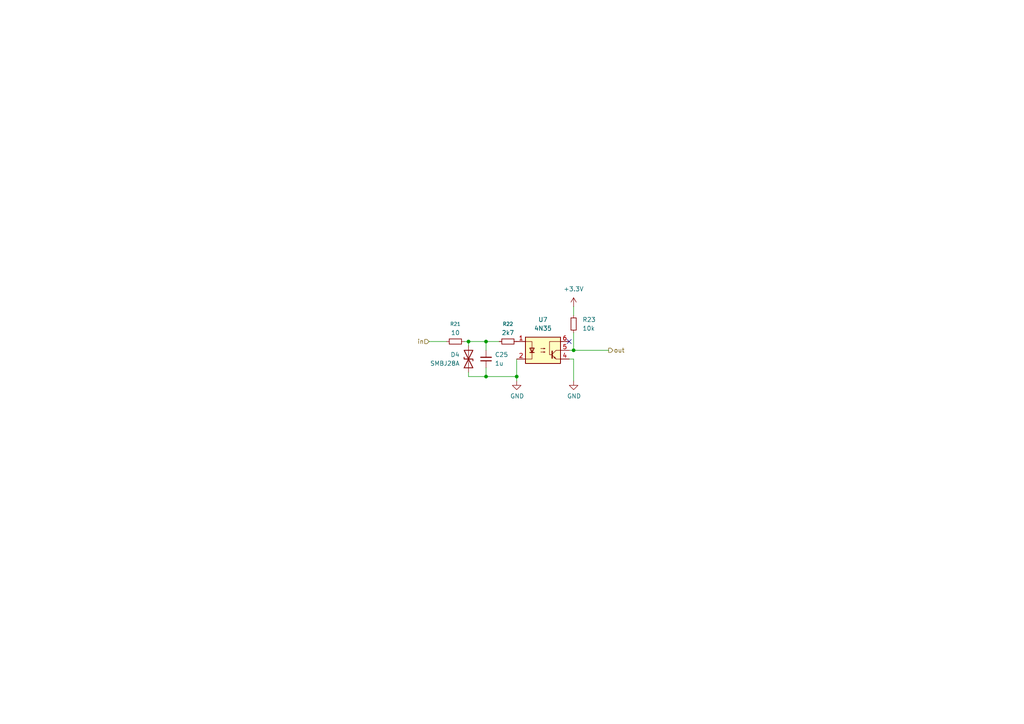
<source format=kicad_sch>
(kicad_sch
	(version 20250114)
	(generator "eeschema")
	(generator_version "9.0")
	(uuid "76a3162a-18a4-4d86-8fa1-f02a5fc05d36")
	(paper "A4")
	(lib_symbols
		(symbol "Device:C_Small"
			(pin_numbers
				(hide yes)
			)
			(pin_names
				(offset 0.254)
				(hide yes)
			)
			(exclude_from_sim no)
			(in_bom yes)
			(on_board yes)
			(property "Reference" "C"
				(at 0.254 1.778 0)
				(effects
					(font
						(size 1.27 1.27)
					)
					(justify left)
				)
			)
			(property "Value" "C_Small"
				(at 0.254 -2.032 0)
				(effects
					(font
						(size 1.27 1.27)
					)
					(justify left)
				)
			)
			(property "Footprint" ""
				(at 0 0 0)
				(effects
					(font
						(size 1.27 1.27)
					)
					(hide yes)
				)
			)
			(property "Datasheet" "~"
				(at 0 0 0)
				(effects
					(font
						(size 1.27 1.27)
					)
					(hide yes)
				)
			)
			(property "Description" "Unpolarized capacitor, small symbol"
				(at 0 0 0)
				(effects
					(font
						(size 1.27 1.27)
					)
					(hide yes)
				)
			)
			(property "ki_keywords" "capacitor cap"
				(at 0 0 0)
				(effects
					(font
						(size 1.27 1.27)
					)
					(hide yes)
				)
			)
			(property "ki_fp_filters" "C_*"
				(at 0 0 0)
				(effects
					(font
						(size 1.27 1.27)
					)
					(hide yes)
				)
			)
			(symbol "C_Small_0_1"
				(polyline
					(pts
						(xy -1.524 0.508) (xy 1.524 0.508)
					)
					(stroke
						(width 0.3048)
						(type default)
					)
					(fill
						(type none)
					)
				)
				(polyline
					(pts
						(xy -1.524 -0.508) (xy 1.524 -0.508)
					)
					(stroke
						(width 0.3302)
						(type default)
					)
					(fill
						(type none)
					)
				)
			)
			(symbol "C_Small_1_1"
				(pin passive line
					(at 0 2.54 270)
					(length 2.032)
					(name "~"
						(effects
							(font
								(size 1.27 1.27)
							)
						)
					)
					(number "1"
						(effects
							(font
								(size 1.27 1.27)
							)
						)
					)
				)
				(pin passive line
					(at 0 -2.54 90)
					(length 2.032)
					(name "~"
						(effects
							(font
								(size 1.27 1.27)
							)
						)
					)
					(number "2"
						(effects
							(font
								(size 1.27 1.27)
							)
						)
					)
				)
			)
			(embedded_fonts no)
		)
		(symbol "Device:D_TVS"
			(pin_numbers
				(hide yes)
			)
			(pin_names
				(offset 1.016)
				(hide yes)
			)
			(exclude_from_sim no)
			(in_bom yes)
			(on_board yes)
			(property "Reference" "D"
				(at 0 2.54 0)
				(effects
					(font
						(size 1.27 1.27)
					)
				)
			)
			(property "Value" "D_TVS"
				(at 0 -2.54 0)
				(effects
					(font
						(size 1.27 1.27)
					)
				)
			)
			(property "Footprint" ""
				(at 0 0 0)
				(effects
					(font
						(size 1.27 1.27)
					)
					(hide yes)
				)
			)
			(property "Datasheet" "~"
				(at 0 0 0)
				(effects
					(font
						(size 1.27 1.27)
					)
					(hide yes)
				)
			)
			(property "Description" "Bidirectional transient-voltage-suppression diode"
				(at 0 0 0)
				(effects
					(font
						(size 1.27 1.27)
					)
					(hide yes)
				)
			)
			(property "ki_keywords" "diode TVS thyrector"
				(at 0 0 0)
				(effects
					(font
						(size 1.27 1.27)
					)
					(hide yes)
				)
			)
			(property "ki_fp_filters" "TO-???* *_Diode_* *SingleDiode* D_*"
				(at 0 0 0)
				(effects
					(font
						(size 1.27 1.27)
					)
					(hide yes)
				)
			)
			(symbol "D_TVS_0_1"
				(polyline
					(pts
						(xy -2.54 1.27) (xy -2.54 -1.27) (xy 2.54 1.27) (xy 2.54 -1.27) (xy -2.54 1.27)
					)
					(stroke
						(width 0.254)
						(type default)
					)
					(fill
						(type none)
					)
				)
				(polyline
					(pts
						(xy 0.508 1.27) (xy 0 1.27) (xy 0 -1.27) (xy -0.508 -1.27)
					)
					(stroke
						(width 0.254)
						(type default)
					)
					(fill
						(type none)
					)
				)
				(polyline
					(pts
						(xy 1.27 0) (xy -1.27 0)
					)
					(stroke
						(width 0)
						(type default)
					)
					(fill
						(type none)
					)
				)
			)
			(symbol "D_TVS_1_1"
				(pin passive line
					(at -3.81 0 0)
					(length 2.54)
					(name "A1"
						(effects
							(font
								(size 1.27 1.27)
							)
						)
					)
					(number "1"
						(effects
							(font
								(size 1.27 1.27)
							)
						)
					)
				)
				(pin passive line
					(at 3.81 0 180)
					(length 2.54)
					(name "A2"
						(effects
							(font
								(size 1.27 1.27)
							)
						)
					)
					(number "2"
						(effects
							(font
								(size 1.27 1.27)
							)
						)
					)
				)
			)
			(embedded_fonts no)
		)
		(symbol "Device:R_Small"
			(pin_numbers
				(hide yes)
			)
			(pin_names
				(offset 0.254)
				(hide yes)
			)
			(exclude_from_sim no)
			(in_bom yes)
			(on_board yes)
			(property "Reference" "R"
				(at 0.762 0.508 0)
				(effects
					(font
						(size 1.27 1.27)
					)
					(justify left)
				)
			)
			(property "Value" "R_Small"
				(at 0.762 -1.016 0)
				(effects
					(font
						(size 1.27 1.27)
					)
					(justify left)
				)
			)
			(property "Footprint" ""
				(at 0 0 0)
				(effects
					(font
						(size 1.27 1.27)
					)
					(hide yes)
				)
			)
			(property "Datasheet" "~"
				(at 0 0 0)
				(effects
					(font
						(size 1.27 1.27)
					)
					(hide yes)
				)
			)
			(property "Description" "Resistor, small symbol"
				(at 0 0 0)
				(effects
					(font
						(size 1.27 1.27)
					)
					(hide yes)
				)
			)
			(property "ki_keywords" "R resistor"
				(at 0 0 0)
				(effects
					(font
						(size 1.27 1.27)
					)
					(hide yes)
				)
			)
			(property "ki_fp_filters" "R_*"
				(at 0 0 0)
				(effects
					(font
						(size 1.27 1.27)
					)
					(hide yes)
				)
			)
			(symbol "R_Small_0_1"
				(rectangle
					(start -0.762 1.778)
					(end 0.762 -1.778)
					(stroke
						(width 0.2032)
						(type default)
					)
					(fill
						(type none)
					)
				)
			)
			(symbol "R_Small_1_1"
				(pin passive line
					(at 0 2.54 270)
					(length 0.762)
					(name "~"
						(effects
							(font
								(size 1.27 1.27)
							)
						)
					)
					(number "1"
						(effects
							(font
								(size 1.27 1.27)
							)
						)
					)
				)
				(pin passive line
					(at 0 -2.54 90)
					(length 0.762)
					(name "~"
						(effects
							(font
								(size 1.27 1.27)
							)
						)
					)
					(number "2"
						(effects
							(font
								(size 1.27 1.27)
							)
						)
					)
				)
			)
			(embedded_fonts no)
		)
		(symbol "Isolator:4N35"
			(pin_names
				(offset 1.016)
			)
			(exclude_from_sim no)
			(in_bom yes)
			(on_board yes)
			(property "Reference" "U"
				(at -5.08 5.08 0)
				(effects
					(font
						(size 1.27 1.27)
					)
					(justify left)
				)
			)
			(property "Value" "4N35"
				(at 0 5.08 0)
				(effects
					(font
						(size 1.27 1.27)
					)
					(justify left)
				)
			)
			(property "Footprint" "Package_DIP:DIP-6_W7.62mm"
				(at -5.08 -5.08 0)
				(effects
					(font
						(size 1.27 1.27)
						(italic yes)
					)
					(justify left)
					(hide yes)
				)
			)
			(property "Datasheet" "https://www.vishay.com/docs/81181/4n35.pdf"
				(at 0 0 0)
				(effects
					(font
						(size 1.27 1.27)
					)
					(justify left)
					(hide yes)
				)
			)
			(property "Description" "Optocoupler, Phototransistor Output, with Base Connection, Vce 70V, CTR 100%, Viso 5000V, DIP6"
				(at 0 0 0)
				(effects
					(font
						(size 1.27 1.27)
					)
					(hide yes)
				)
			)
			(property "ki_keywords" "NPN DC Optocoupler Base Connected"
				(at 0 0 0)
				(effects
					(font
						(size 1.27 1.27)
					)
					(hide yes)
				)
			)
			(property "ki_fp_filters" "DIP*W7.62mm*"
				(at 0 0 0)
				(effects
					(font
						(size 1.27 1.27)
					)
					(hide yes)
				)
			)
			(symbol "4N35_0_1"
				(rectangle
					(start -5.08 3.81)
					(end 5.08 -3.81)
					(stroke
						(width 0.254)
						(type default)
					)
					(fill
						(type background)
					)
				)
				(polyline
					(pts
						(xy -5.08 -2.54) (xy -3.175 -2.54) (xy -3.175 2.54) (xy -5.08 2.54)
					)
					(stroke
						(width 0)
						(type default)
					)
					(fill
						(type none)
					)
				)
				(polyline
					(pts
						(xy -3.81 -0.635) (xy -2.54 -0.635)
					)
					(stroke
						(width 0.254)
						(type default)
					)
					(fill
						(type none)
					)
				)
				(polyline
					(pts
						(xy -3.175 -0.635) (xy -3.81 0.635) (xy -2.54 0.635) (xy -3.175 -0.635)
					)
					(stroke
						(width 0.254)
						(type default)
					)
					(fill
						(type none)
					)
				)
				(polyline
					(pts
						(xy -0.635 0.508) (xy 0.635 0.508) (xy 0.254 0.381) (xy 0.254 0.635) (xy 0.635 0.508)
					)
					(stroke
						(width 0)
						(type default)
					)
					(fill
						(type none)
					)
				)
				(polyline
					(pts
						(xy -0.635 -0.508) (xy 0.635 -0.508) (xy 0.254 -0.635) (xy 0.254 -0.381) (xy 0.635 -0.508)
					)
					(stroke
						(width 0)
						(type default)
					)
					(fill
						(type none)
					)
				)
				(polyline
					(pts
						(xy 2.667 -0.254) (xy 2.667 -2.286) (xy 2.667 -2.286)
					)
					(stroke
						(width 0.3556)
						(type default)
					)
					(fill
						(type none)
					)
				)
				(polyline
					(pts
						(xy 2.667 -1.143) (xy 3.81 0)
					)
					(stroke
						(width 0)
						(type default)
					)
					(fill
						(type none)
					)
				)
				(polyline
					(pts
						(xy 2.667 -1.397) (xy 3.81 -2.54)
					)
					(stroke
						(width 0)
						(type default)
					)
					(fill
						(type none)
					)
				)
				(polyline
					(pts
						(xy 3.683 -2.413) (xy 3.429 -1.905) (xy 3.175 -2.159) (xy 3.683 -2.413)
					)
					(stroke
						(width 0)
						(type default)
					)
					(fill
						(type none)
					)
				)
				(polyline
					(pts
						(xy 3.81 0) (xy 5.08 0)
					)
					(stroke
						(width 0)
						(type default)
					)
					(fill
						(type none)
					)
				)
				(polyline
					(pts
						(xy 3.81 -2.54) (xy 5.08 -2.54)
					)
					(stroke
						(width 0)
						(type default)
					)
					(fill
						(type none)
					)
				)
				(polyline
					(pts
						(xy 5.08 2.54) (xy 1.905 2.54) (xy 1.905 -1.27) (xy 2.54 -1.27)
					)
					(stroke
						(width 0)
						(type default)
					)
					(fill
						(type none)
					)
				)
			)
			(symbol "4N35_1_1"
				(pin passive line
					(at -7.62 2.54 0)
					(length 2.54)
					(name "~"
						(effects
							(font
								(size 1.27 1.27)
							)
						)
					)
					(number "1"
						(effects
							(font
								(size 1.27 1.27)
							)
						)
					)
				)
				(pin passive line
					(at -7.62 -2.54 0)
					(length 2.54)
					(name "~"
						(effects
							(font
								(size 1.27 1.27)
							)
						)
					)
					(number "2"
						(effects
							(font
								(size 1.27 1.27)
							)
						)
					)
				)
				(pin no_connect line
					(at -5.08 0 0)
					(length 2.54)
					(hide yes)
					(name "NC"
						(effects
							(font
								(size 1.27 1.27)
							)
						)
					)
					(number "3"
						(effects
							(font
								(size 1.27 1.27)
							)
						)
					)
				)
				(pin passive line
					(at 7.62 2.54 180)
					(length 2.54)
					(name "~"
						(effects
							(font
								(size 1.27 1.27)
							)
						)
					)
					(number "6"
						(effects
							(font
								(size 1.27 1.27)
							)
						)
					)
				)
				(pin passive line
					(at 7.62 0 180)
					(length 2.54)
					(name "~"
						(effects
							(font
								(size 1.27 1.27)
							)
						)
					)
					(number "5"
						(effects
							(font
								(size 1.27 1.27)
							)
						)
					)
				)
				(pin passive line
					(at 7.62 -2.54 180)
					(length 2.54)
					(name "~"
						(effects
							(font
								(size 1.27 1.27)
							)
						)
					)
					(number "4"
						(effects
							(font
								(size 1.27 1.27)
							)
						)
					)
				)
			)
			(embedded_fonts no)
		)
		(symbol "R_Small_1"
			(pin_numbers
				(hide yes)
			)
			(pin_names
				(offset 0.254)
				(hide yes)
			)
			(exclude_from_sim no)
			(in_bom yes)
			(on_board yes)
			(property "Reference" "R"
				(at 0 0 90)
				(effects
					(font
						(size 1.016 1.016)
					)
				)
			)
			(property "Value" "R_Small"
				(at 1.778 0 90)
				(effects
					(font
						(size 1.27 1.27)
					)
				)
			)
			(property "Footprint" ""
				(at 0 0 0)
				(effects
					(font
						(size 1.27 1.27)
					)
					(hide yes)
				)
			)
			(property "Datasheet" "~"
				(at 0 0 0)
				(effects
					(font
						(size 1.27 1.27)
					)
					(hide yes)
				)
			)
			(property "Description" "Resistor, small symbol"
				(at 0 0 0)
				(effects
					(font
						(size 1.27 1.27)
					)
					(hide yes)
				)
			)
			(property "ki_keywords" "R resistor"
				(at 0 0 0)
				(effects
					(font
						(size 1.27 1.27)
					)
					(hide yes)
				)
			)
			(property "ki_fp_filters" "R_*"
				(at 0 0 0)
				(effects
					(font
						(size 1.27 1.27)
					)
					(hide yes)
				)
			)
			(symbol "R_Small_1_0_1"
				(rectangle
					(start -0.762 1.778)
					(end 0.762 -1.778)
					(stroke
						(width 0.2032)
						(type default)
					)
					(fill
						(type none)
					)
				)
			)
			(symbol "R_Small_1_1_1"
				(pin passive line
					(at 0 2.54 270)
					(length 0.762)
					(name "~"
						(effects
							(font
								(size 1.27 1.27)
							)
						)
					)
					(number "1"
						(effects
							(font
								(size 1.27 1.27)
							)
						)
					)
				)
				(pin passive line
					(at 0 -2.54 90)
					(length 0.762)
					(name "~"
						(effects
							(font
								(size 1.27 1.27)
							)
						)
					)
					(number "2"
						(effects
							(font
								(size 1.27 1.27)
							)
						)
					)
				)
			)
			(embedded_fonts no)
		)
		(symbol "power:+3.3V"
			(power)
			(pin_numbers
				(hide yes)
			)
			(pin_names
				(offset 0)
				(hide yes)
			)
			(exclude_from_sim no)
			(in_bom yes)
			(on_board yes)
			(property "Reference" "#PWR"
				(at 0 -3.81 0)
				(effects
					(font
						(size 1.27 1.27)
					)
					(hide yes)
				)
			)
			(property "Value" "+3.3V"
				(at 0 3.556 0)
				(effects
					(font
						(size 1.27 1.27)
					)
				)
			)
			(property "Footprint" ""
				(at 0 0 0)
				(effects
					(font
						(size 1.27 1.27)
					)
					(hide yes)
				)
			)
			(property "Datasheet" ""
				(at 0 0 0)
				(effects
					(font
						(size 1.27 1.27)
					)
					(hide yes)
				)
			)
			(property "Description" "Power symbol creates a global label with name \"+3.3V\""
				(at 0 0 0)
				(effects
					(font
						(size 1.27 1.27)
					)
					(hide yes)
				)
			)
			(property "ki_keywords" "global power"
				(at 0 0 0)
				(effects
					(font
						(size 1.27 1.27)
					)
					(hide yes)
				)
			)
			(symbol "+3.3V_0_1"
				(polyline
					(pts
						(xy -0.762 1.27) (xy 0 2.54)
					)
					(stroke
						(width 0)
						(type default)
					)
					(fill
						(type none)
					)
				)
				(polyline
					(pts
						(xy 0 2.54) (xy 0.762 1.27)
					)
					(stroke
						(width 0)
						(type default)
					)
					(fill
						(type none)
					)
				)
				(polyline
					(pts
						(xy 0 0) (xy 0 2.54)
					)
					(stroke
						(width 0)
						(type default)
					)
					(fill
						(type none)
					)
				)
			)
			(symbol "+3.3V_1_1"
				(pin power_in line
					(at 0 0 90)
					(length 0)
					(name "~"
						(effects
							(font
								(size 1.27 1.27)
							)
						)
					)
					(number "1"
						(effects
							(font
								(size 1.27 1.27)
							)
						)
					)
				)
			)
			(embedded_fonts no)
		)
		(symbol "power:GND"
			(power)
			(pin_names
				(offset 0)
			)
			(exclude_from_sim no)
			(in_bom yes)
			(on_board yes)
			(property "Reference" "#PWR"
				(at 0 -6.35 0)
				(effects
					(font
						(size 1.27 1.27)
					)
					(hide yes)
				)
			)
			(property "Value" "GND"
				(at 0 -3.81 0)
				(effects
					(font
						(size 1.27 1.27)
					)
				)
			)
			(property "Footprint" ""
				(at 0 0 0)
				(effects
					(font
						(size 1.27 1.27)
					)
					(hide yes)
				)
			)
			(property "Datasheet" ""
				(at 0 0 0)
				(effects
					(font
						(size 1.27 1.27)
					)
					(hide yes)
				)
			)
			(property "Description" "Power symbol creates a global label with name \"GND\" , ground"
				(at 0 0 0)
				(effects
					(font
						(size 1.27 1.27)
					)
					(hide yes)
				)
			)
			(property "ki_keywords" "power-flag"
				(at 0 0 0)
				(effects
					(font
						(size 1.27 1.27)
					)
					(hide yes)
				)
			)
			(symbol "GND_0_1"
				(polyline
					(pts
						(xy 0 0) (xy 0 -1.27) (xy 1.27 -1.27) (xy 0 -2.54) (xy -1.27 -1.27) (xy 0 -1.27)
					)
					(stroke
						(width 0)
						(type default)
					)
					(fill
						(type none)
					)
				)
			)
			(symbol "GND_1_1"
				(pin power_in line
					(at 0 0 270)
					(length 0)
					(hide yes)
					(name "GND"
						(effects
							(font
								(size 1.27 1.27)
							)
						)
					)
					(number "1"
						(effects
							(font
								(size 1.27 1.27)
							)
						)
					)
				)
			)
			(embedded_fonts no)
		)
	)
	(junction
		(at 140.97 109.22)
		(diameter 0)
		(color 0 0 0 0)
		(uuid "02b296b1-79d1-42a8-8741-304be3b2555e")
	)
	(junction
		(at 135.89 99.06)
		(diameter 0)
		(color 0 0 0 0)
		(uuid "7f9328c0-fa43-44cc-8e9e-324cde0ea702")
	)
	(junction
		(at 140.97 99.06)
		(diameter 0)
		(color 0 0 0 0)
		(uuid "80498d3d-c301-4b1f-8f95-85809953e857")
	)
	(junction
		(at 166.37 101.6)
		(diameter 0)
		(color 0 0 0 0)
		(uuid "db61a620-37f3-4355-8c6d-821eac7f2975")
	)
	(junction
		(at 149.86 109.22)
		(diameter 0)
		(color 0 0 0 0)
		(uuid "f561b13d-fa2b-4404-bce8-961fe446ce20")
	)
	(no_connect
		(at 165.1 99.06)
		(uuid "4f2f2c53-923e-4308-8459-6dffe71e1456")
	)
	(wire
		(pts
			(xy 135.89 99.06) (xy 135.89 100.33)
		)
		(stroke
			(width 0)
			(type default)
		)
		(uuid "0b4d0ba1-c750-440d-a4d1-a696fecac1a1")
	)
	(wire
		(pts
			(xy 134.62 99.06) (xy 135.89 99.06)
		)
		(stroke
			(width 0)
			(type default)
		)
		(uuid "15fa4e96-4156-45a7-9905-25a99e67da1c")
	)
	(wire
		(pts
			(xy 166.37 104.14) (xy 166.37 110.49)
		)
		(stroke
			(width 0)
			(type default)
		)
		(uuid "1dbc08f1-0c64-4086-af07-86334f20b596")
	)
	(wire
		(pts
			(xy 166.37 101.6) (xy 176.53 101.6)
		)
		(stroke
			(width 0)
			(type default)
		)
		(uuid "1f09e586-e5ef-48d8-9f7d-16b2657d0ce7")
	)
	(wire
		(pts
			(xy 166.37 101.6) (xy 165.1 101.6)
		)
		(stroke
			(width 0)
			(type default)
		)
		(uuid "4a580c97-cae2-4e10-8a1b-9fabc29a3e4f")
	)
	(wire
		(pts
			(xy 135.89 99.06) (xy 140.97 99.06)
		)
		(stroke
			(width 0)
			(type default)
		)
		(uuid "6752f413-5bcd-45b9-9086-c21ae609e604")
	)
	(wire
		(pts
			(xy 135.89 107.95) (xy 135.89 109.22)
		)
		(stroke
			(width 0)
			(type default)
		)
		(uuid "6c1adee6-04d4-4ba9-97f0-fed3fcaa1207")
	)
	(wire
		(pts
			(xy 140.97 109.22) (xy 140.97 106.68)
		)
		(stroke
			(width 0)
			(type default)
		)
		(uuid "72aa6b35-9f22-4673-a960-541aeb353bee")
	)
	(wire
		(pts
			(xy 140.97 99.06) (xy 140.97 101.6)
		)
		(stroke
			(width 0)
			(type default)
		)
		(uuid "8248cb95-a87e-4d4b-9088-89ff4a0cdf92")
	)
	(wire
		(pts
			(xy 166.37 96.52) (xy 166.37 101.6)
		)
		(stroke
			(width 0)
			(type default)
		)
		(uuid "82b329dc-acad-4d72-a620-f31dc3eb3c95")
	)
	(wire
		(pts
			(xy 140.97 109.22) (xy 149.86 109.22)
		)
		(stroke
			(width 0)
			(type default)
		)
		(uuid "8b708677-44b7-4180-bf67-be6470a1a4dd")
	)
	(wire
		(pts
			(xy 140.97 99.06) (xy 144.78 99.06)
		)
		(stroke
			(width 0)
			(type default)
		)
		(uuid "9ab42c35-0a7d-416a-aff4-327e6b402ddc")
	)
	(wire
		(pts
			(xy 124.46 99.06) (xy 129.54 99.06)
		)
		(stroke
			(width 0)
			(type default)
		)
		(uuid "a2a5a78e-5b4d-4372-bafd-74fbb1e8da7f")
	)
	(wire
		(pts
			(xy 166.37 88.9) (xy 166.37 91.44)
		)
		(stroke
			(width 0)
			(type default)
		)
		(uuid "aefad3b6-af15-472c-9604-e32e01bee35d")
	)
	(wire
		(pts
			(xy 149.86 104.14) (xy 149.86 109.22)
		)
		(stroke
			(width 0)
			(type default)
		)
		(uuid "b07b8974-4d9e-4124-8c32-ab55964ab3be")
	)
	(wire
		(pts
			(xy 165.1 104.14) (xy 166.37 104.14)
		)
		(stroke
			(width 0)
			(type default)
		)
		(uuid "c32e94f1-1759-4ca2-a180-a38439138b34")
	)
	(wire
		(pts
			(xy 149.86 109.22) (xy 149.86 110.49)
		)
		(stroke
			(width 0)
			(type default)
		)
		(uuid "e22aa974-50f8-4381-b836-a31aba66cf4b")
	)
	(wire
		(pts
			(xy 135.89 109.22) (xy 140.97 109.22)
		)
		(stroke
			(width 0)
			(type default)
		)
		(uuid "fa6eb525-0351-4e9a-9a04-9137a09c4f9b")
	)
	(hierarchical_label "out"
		(shape output)
		(at 176.53 101.6 0)
		(effects
			(font
				(size 1.27 1.27)
			)
			(justify left)
		)
		(uuid "349065e7-18e6-492c-b295-f713eb277d07")
	)
	(hierarchical_label "in"
		(shape input)
		(at 124.46 99.06 180)
		(effects
			(font
				(size 1.27 1.27)
			)
			(justify right)
		)
		(uuid "e0b54d9f-92da-4fa8-adc8-aeeb2363447d")
	)
	(symbol
		(lib_id "Device:R_Small")
		(at 166.37 93.98 0)
		(unit 1)
		(exclude_from_sim no)
		(in_bom yes)
		(on_board yes)
		(dnp no)
		(fields_autoplaced yes)
		(uuid "066b6abf-0e7f-4b86-b15e-3cb9f5f4c93e")
		(property "Reference" "R23"
			(at 168.91 92.7099 0)
			(effects
				(font
					(size 1.27 1.27)
				)
				(justify left)
			)
		)
		(property "Value" "10k"
			(at 168.91 95.2499 0)
			(effects
				(font
					(size 1.27 1.27)
				)
				(justify left)
			)
		)
		(property "Footprint" "Resistor_SMD:R_0603_1608Metric_Pad0.98x0.95mm_HandSolder"
			(at 166.37 93.98 0)
			(effects
				(font
					(size 1.27 1.27)
				)
				(hide yes)
			)
		)
		(property "Datasheet" "~"
			(at 166.37 93.98 0)
			(effects
				(font
					(size 1.27 1.27)
				)
				(hide yes)
			)
		)
		(property "Description" "Resistor, small symbol"
			(at 166.37 93.98 0)
			(effects
				(font
					(size 1.27 1.27)
				)
				(hide yes)
			)
		)
		(pin "2"
			(uuid "ee844f04-c5bb-4b99-beec-6dfac8bd79c5")
		)
		(pin "1"
			(uuid "06613b19-b665-457a-8d28-966c90e88adc")
		)
		(instances
			(project "esp32s3-rail"
				(path "/43c3dd73-0dcc-48c9-a061-d039af0cb18f/5e787e43-5b8a-4614-b287-ea016178f20e"
					(reference "R23")
					(unit 1)
				)
				(path "/43c3dd73-0dcc-48c9-a061-d039af0cb18f/63a5f8e6-ff0a-4b95-bbb9-6c2b3a358e57"
					(reference "R34")
					(unit 1)
				)
				(path "/43c3dd73-0dcc-48c9-a061-d039af0cb18f/b222144e-c035-4a11-8732-e813d234bae8"
					(reference "R26")
					(unit 1)
				)
				(path "/43c3dd73-0dcc-48c9-a061-d039af0cb18f/dc4966d3-7e9b-4032-82c6-d7e31a4ad808"
					(reference "R31")
					(unit 1)
				)
				(path "/43c3dd73-0dcc-48c9-a061-d039af0cb18f/dfbed89b-ddc3-4d39-a084-cb1a54bcdf38"
					(reference "R37")
					(unit 1)
				)
				(path "/43c3dd73-0dcc-48c9-a061-d039af0cb18f/e204b866-5aa7-46b0-ad23-b761a62cde22"
					(reference "R40")
					(unit 1)
				)
			)
		)
	)
	(symbol
		(lib_id "Device:C_Small")
		(at 140.97 104.14 0)
		(mirror x)
		(unit 1)
		(exclude_from_sim no)
		(in_bom yes)
		(on_board yes)
		(dnp no)
		(fields_autoplaced yes)
		(uuid "0e785c60-9372-4125-8dbe-5631a09bc78e")
		(property "Reference" "C25"
			(at 143.51 102.8635 0)
			(effects
				(font
					(size 1.27 1.27)
				)
				(justify left)
			)
		)
		(property "Value" "1u"
			(at 143.51 105.4035 0)
			(effects
				(font
					(size 1.27 1.27)
				)
				(justify left)
			)
		)
		(property "Footprint" "Capacitor_SMD:C_0603_1608Metric_Pad1.08x0.95mm_HandSolder"
			(at 140.97 104.14 0)
			(effects
				(font
					(size 1.27 1.27)
				)
				(hide yes)
			)
		)
		(property "Datasheet" "~"
			(at 140.97 104.14 0)
			(effects
				(font
					(size 1.27 1.27)
				)
				(hide yes)
			)
		)
		(property "Description" "Unpolarized capacitor, small symbol"
			(at 140.97 104.14 0)
			(effects
				(font
					(size 1.27 1.27)
				)
				(hide yes)
			)
		)
		(pin "1"
			(uuid "3991ad81-1ae1-4350-b720-87cd5a1727bc")
		)
		(pin "2"
			(uuid "2af8346a-ab33-4f77-9074-1cfb381d4266")
		)
		(instances
			(project "esp32s3-rail"
				(path "/43c3dd73-0dcc-48c9-a061-d039af0cb18f/5e787e43-5b8a-4614-b287-ea016178f20e"
					(reference "C25")
					(unit 1)
				)
				(path "/43c3dd73-0dcc-48c9-a061-d039af0cb18f/63a5f8e6-ff0a-4b95-bbb9-6c2b3a358e57"
					(reference "C28")
					(unit 1)
				)
				(path "/43c3dd73-0dcc-48c9-a061-d039af0cb18f/b222144e-c035-4a11-8732-e813d234bae8"
					(reference "C26")
					(unit 1)
				)
				(path "/43c3dd73-0dcc-48c9-a061-d039af0cb18f/dc4966d3-7e9b-4032-82c6-d7e31a4ad808"
					(reference "C27")
					(unit 1)
				)
				(path "/43c3dd73-0dcc-48c9-a061-d039af0cb18f/dfbed89b-ddc3-4d39-a084-cb1a54bcdf38"
					(reference "C29")
					(unit 1)
				)
				(path "/43c3dd73-0dcc-48c9-a061-d039af0cb18f/e204b866-5aa7-46b0-ad23-b761a62cde22"
					(reference "C30")
					(unit 1)
				)
			)
		)
	)
	(symbol
		(lib_id "Device:D_TVS")
		(at 135.89 104.14 90)
		(unit 1)
		(exclude_from_sim no)
		(in_bom yes)
		(on_board yes)
		(dnp no)
		(fields_autoplaced yes)
		(uuid "4ad0f14f-f8bc-423e-a3d8-fa5d0160a17d")
		(property "Reference" "D4"
			(at 133.35 102.8699 90)
			(effects
				(font
					(size 1.27 1.27)
				)
				(justify left)
			)
		)
		(property "Value" "SMBJ28A"
			(at 133.35 105.4099 90)
			(effects
				(font
					(size 1.27 1.27)
				)
				(justify left)
			)
		)
		(property "Footprint" "Diode_SMD:D_SMA_Handsoldering"
			(at 135.89 104.14 0)
			(effects
				(font
					(size 1.27 1.27)
				)
				(hide yes)
			)
		)
		(property "Datasheet" "~"
			(at 135.89 104.14 0)
			(effects
				(font
					(size 1.27 1.27)
				)
				(hide yes)
			)
		)
		(property "Description" "Bidirectional transient-voltage-suppression diode"
			(at 135.89 104.14 0)
			(effects
				(font
					(size 1.27 1.27)
				)
				(hide yes)
			)
		)
		(pin "2"
			(uuid "d4c2df50-9021-4bde-98c4-99530d660972")
		)
		(pin "1"
			(uuid "0cf2d358-b137-4eca-9a7c-48f950912be1")
		)
		(instances
			(project "esp32s3-rail"
				(path "/43c3dd73-0dcc-48c9-a061-d039af0cb18f/5e787e43-5b8a-4614-b287-ea016178f20e"
					(reference "D4")
					(unit 1)
				)
				(path "/43c3dd73-0dcc-48c9-a061-d039af0cb18f/63a5f8e6-ff0a-4b95-bbb9-6c2b3a358e57"
					(reference "D8")
					(unit 1)
				)
				(path "/43c3dd73-0dcc-48c9-a061-d039af0cb18f/b222144e-c035-4a11-8732-e813d234bae8"
					(reference "D5")
					(unit 1)
				)
				(path "/43c3dd73-0dcc-48c9-a061-d039af0cb18f/dc4966d3-7e9b-4032-82c6-d7e31a4ad808"
					(reference "D7")
					(unit 1)
				)
				(path "/43c3dd73-0dcc-48c9-a061-d039af0cb18f/dfbed89b-ddc3-4d39-a084-cb1a54bcdf38"
					(reference "D9")
					(unit 1)
				)
				(path "/43c3dd73-0dcc-48c9-a061-d039af0cb18f/e204b866-5aa7-46b0-ad23-b761a62cde22"
					(reference "D10")
					(unit 1)
				)
			)
		)
	)
	(symbol
		(lib_id "power:GND")
		(at 149.86 110.49 0)
		(unit 1)
		(exclude_from_sim no)
		(in_bom yes)
		(on_board yes)
		(dnp no)
		(uuid "7b24e01f-c3e0-4e73-8c09-9cfe1ffb486f")
		(property "Reference" "#PWR056"
			(at 149.86 116.84 0)
			(effects
				(font
					(size 1.27 1.27)
				)
				(hide yes)
			)
		)
		(property "Value" "GND"
			(at 149.987 114.8842 0)
			(effects
				(font
					(size 1.27 1.27)
				)
			)
		)
		(property "Footprint" ""
			(at 149.86 110.49 0)
			(effects
				(font
					(size 1.27 1.27)
				)
				(hide yes)
			)
		)
		(property "Datasheet" ""
			(at 149.86 110.49 0)
			(effects
				(font
					(size 1.27 1.27)
				)
				(hide yes)
			)
		)
		(property "Description" ""
			(at 149.86 110.49 0)
			(effects
				(font
					(size 1.27 1.27)
				)
				(hide yes)
			)
		)
		(pin "1"
			(uuid "b30b55cd-8dcf-4957-85f3-f0902f52240e")
		)
		(instances
			(project "esp32s3-rail"
				(path "/43c3dd73-0dcc-48c9-a061-d039af0cb18f/5e787e43-5b8a-4614-b287-ea016178f20e"
					(reference "#PWR056")
					(unit 1)
				)
				(path "/43c3dd73-0dcc-48c9-a061-d039af0cb18f/63a5f8e6-ff0a-4b95-bbb9-6c2b3a358e57"
					(reference "#PWR067")
					(unit 1)
				)
				(path "/43c3dd73-0dcc-48c9-a061-d039af0cb18f/b222144e-c035-4a11-8732-e813d234bae8"
					(reference "#PWR059")
					(unit 1)
				)
				(path "/43c3dd73-0dcc-48c9-a061-d039af0cb18f/dc4966d3-7e9b-4032-82c6-d7e31a4ad808"
					(reference "#PWR064")
					(unit 1)
				)
				(path "/43c3dd73-0dcc-48c9-a061-d039af0cb18f/dfbed89b-ddc3-4d39-a084-cb1a54bcdf38"
					(reference "#PWR070")
					(unit 1)
				)
				(path "/43c3dd73-0dcc-48c9-a061-d039af0cb18f/e204b866-5aa7-46b0-ad23-b761a62cde22"
					(reference "#PWR073")
					(unit 1)
				)
			)
		)
	)
	(symbol
		(lib_name "R_Small_1")
		(lib_id "Device:R_Small")
		(at 147.32 99.06 90)
		(unit 1)
		(exclude_from_sim no)
		(in_bom yes)
		(on_board yes)
		(dnp no)
		(fields_autoplaced yes)
		(uuid "a42fb276-5f65-4f7d-9a8c-c708336b6265")
		(property "Reference" "R22"
			(at 147.32 93.98 90)
			(effects
				(font
					(size 1.016 1.016)
				)
			)
		)
		(property "Value" "2k7"
			(at 147.32 96.52 90)
			(effects
				(font
					(size 1.27 1.27)
				)
			)
		)
		(property "Footprint" "Resistor_SMD:R_0603_1608Metric_Pad0.98x0.95mm_HandSolder"
			(at 147.32 99.06 0)
			(effects
				(font
					(size 1.27 1.27)
				)
				(hide yes)
			)
		)
		(property "Datasheet" "~"
			(at 147.32 99.06 0)
			(effects
				(font
					(size 1.27 1.27)
				)
				(hide yes)
			)
		)
		(property "Description" "Resistor, small symbol"
			(at 147.32 99.06 0)
			(effects
				(font
					(size 1.27 1.27)
				)
				(hide yes)
			)
		)
		(pin "1"
			(uuid "7820da99-821e-469e-a0e1-999165be7f96")
		)
		(pin "2"
			(uuid "36b06d76-08ba-448a-9e95-305c70aadfa1")
		)
		(instances
			(project "esp32s3-rail"
				(path "/43c3dd73-0dcc-48c9-a061-d039af0cb18f/5e787e43-5b8a-4614-b287-ea016178f20e"
					(reference "R22")
					(unit 1)
				)
				(path "/43c3dd73-0dcc-48c9-a061-d039af0cb18f/63a5f8e6-ff0a-4b95-bbb9-6c2b3a358e57"
					(reference "R33")
					(unit 1)
				)
				(path "/43c3dd73-0dcc-48c9-a061-d039af0cb18f/b222144e-c035-4a11-8732-e813d234bae8"
					(reference "R25")
					(unit 1)
				)
				(path "/43c3dd73-0dcc-48c9-a061-d039af0cb18f/dc4966d3-7e9b-4032-82c6-d7e31a4ad808"
					(reference "R30")
					(unit 1)
				)
				(path "/43c3dd73-0dcc-48c9-a061-d039af0cb18f/dfbed89b-ddc3-4d39-a084-cb1a54bcdf38"
					(reference "R36")
					(unit 1)
				)
				(path "/43c3dd73-0dcc-48c9-a061-d039af0cb18f/e204b866-5aa7-46b0-ad23-b761a62cde22"
					(reference "R39")
					(unit 1)
				)
			)
		)
	)
	(symbol
		(lib_name "R_Small_1")
		(lib_id "Device:R_Small")
		(at 132.08 99.06 90)
		(unit 1)
		(exclude_from_sim no)
		(in_bom yes)
		(on_board yes)
		(dnp no)
		(fields_autoplaced yes)
		(uuid "b709152a-14d0-4448-bc5a-c59ba933c1ff")
		(property "Reference" "R21"
			(at 132.08 93.98 90)
			(effects
				(font
					(size 1.016 1.016)
				)
			)
		)
		(property "Value" "10"
			(at 132.08 96.52 90)
			(effects
				(font
					(size 1.27 1.27)
				)
			)
		)
		(property "Footprint" "Resistor_SMD:R_0603_1608Metric_Pad0.98x0.95mm_HandSolder"
			(at 132.08 99.06 0)
			(effects
				(font
					(size 1.27 1.27)
				)
				(hide yes)
			)
		)
		(property "Datasheet" "~"
			(at 132.08 99.06 0)
			(effects
				(font
					(size 1.27 1.27)
				)
				(hide yes)
			)
		)
		(property "Description" "Resistor, small symbol"
			(at 132.08 99.06 0)
			(effects
				(font
					(size 1.27 1.27)
				)
				(hide yes)
			)
		)
		(pin "1"
			(uuid "e3c0100e-f21d-4ee2-8e8a-25f3fd66d0b5")
		)
		(pin "2"
			(uuid "109cf722-4ba9-4c59-9b1d-4fd7d3ee3cdb")
		)
		(instances
			(project "esp32s3-rail"
				(path "/43c3dd73-0dcc-48c9-a061-d039af0cb18f/5e787e43-5b8a-4614-b287-ea016178f20e"
					(reference "R21")
					(unit 1)
				)
				(path "/43c3dd73-0dcc-48c9-a061-d039af0cb18f/63a5f8e6-ff0a-4b95-bbb9-6c2b3a358e57"
					(reference "R32")
					(unit 1)
				)
				(path "/43c3dd73-0dcc-48c9-a061-d039af0cb18f/b222144e-c035-4a11-8732-e813d234bae8"
					(reference "R24")
					(unit 1)
				)
				(path "/43c3dd73-0dcc-48c9-a061-d039af0cb18f/dc4966d3-7e9b-4032-82c6-d7e31a4ad808"
					(reference "R29")
					(unit 1)
				)
				(path "/43c3dd73-0dcc-48c9-a061-d039af0cb18f/dfbed89b-ddc3-4d39-a084-cb1a54bcdf38"
					(reference "R35")
					(unit 1)
				)
				(path "/43c3dd73-0dcc-48c9-a061-d039af0cb18f/e204b866-5aa7-46b0-ad23-b761a62cde22"
					(reference "R38")
					(unit 1)
				)
			)
		)
	)
	(symbol
		(lib_id "power:+3.3V")
		(at 166.37 88.9 0)
		(unit 1)
		(exclude_from_sim no)
		(in_bom yes)
		(on_board yes)
		(dnp no)
		(fields_autoplaced yes)
		(uuid "c58cdd7c-9a24-4a12-a30d-4f711248210a")
		(property "Reference" "#PWR057"
			(at 166.37 92.71 0)
			(effects
				(font
					(size 1.27 1.27)
				)
				(hide yes)
			)
		)
		(property "Value" "+3.3V"
			(at 166.37 83.82 0)
			(effects
				(font
					(size 1.27 1.27)
				)
			)
		)
		(property "Footprint" ""
			(at 166.37 88.9 0)
			(effects
				(font
					(size 1.27 1.27)
				)
				(hide yes)
			)
		)
		(property "Datasheet" ""
			(at 166.37 88.9 0)
			(effects
				(font
					(size 1.27 1.27)
				)
				(hide yes)
			)
		)
		(property "Description" "Power symbol creates a global label with name \"+3.3V\""
			(at 166.37 88.9 0)
			(effects
				(font
					(size 1.27 1.27)
				)
				(hide yes)
			)
		)
		(pin "1"
			(uuid "99bd91fd-94b9-4bdb-83bc-fbf08cc5a268")
		)
		(instances
			(project ""
				(path "/43c3dd73-0dcc-48c9-a061-d039af0cb18f/5e787e43-5b8a-4614-b287-ea016178f20e"
					(reference "#PWR057")
					(unit 1)
				)
				(path "/43c3dd73-0dcc-48c9-a061-d039af0cb18f/63a5f8e6-ff0a-4b95-bbb9-6c2b3a358e57"
					(reference "#PWR068")
					(unit 1)
				)
				(path "/43c3dd73-0dcc-48c9-a061-d039af0cb18f/b222144e-c035-4a11-8732-e813d234bae8"
					(reference "#PWR060")
					(unit 1)
				)
				(path "/43c3dd73-0dcc-48c9-a061-d039af0cb18f/dc4966d3-7e9b-4032-82c6-d7e31a4ad808"
					(reference "#PWR065")
					(unit 1)
				)
				(path "/43c3dd73-0dcc-48c9-a061-d039af0cb18f/dfbed89b-ddc3-4d39-a084-cb1a54bcdf38"
					(reference "#PWR071")
					(unit 1)
				)
				(path "/43c3dd73-0dcc-48c9-a061-d039af0cb18f/e204b866-5aa7-46b0-ad23-b761a62cde22"
					(reference "#PWR074")
					(unit 1)
				)
			)
		)
	)
	(symbol
		(lib_id "Isolator:4N35")
		(at 157.48 101.6 0)
		(unit 1)
		(exclude_from_sim no)
		(in_bom yes)
		(on_board yes)
		(dnp no)
		(fields_autoplaced yes)
		(uuid "f5a839d0-81ea-48ad-ac4e-ccaab4cbf202")
		(property "Reference" "U7"
			(at 157.48 92.71 0)
			(effects
				(font
					(size 1.27 1.27)
				)
			)
		)
		(property "Value" "4N35"
			(at 157.48 95.25 0)
			(effects
				(font
					(size 1.27 1.27)
				)
			)
		)
		(property "Footprint" "Package_DIP:DIP-6_W7.62mm"
			(at 152.4 106.68 0)
			(effects
				(font
					(size 1.27 1.27)
					(italic yes)
				)
				(justify left)
				(hide yes)
			)
		)
		(property "Datasheet" "https://www.vishay.com/docs/81181/4n35.pdf"
			(at 157.48 101.6 0)
			(effects
				(font
					(size 1.27 1.27)
				)
				(justify left)
				(hide yes)
			)
		)
		(property "Description" "Optocoupler, Phototransistor Output, with Base Connection, Vce 70V, CTR 100%, Viso 5000V, DIP6"
			(at 157.48 101.6 0)
			(effects
				(font
					(size 1.27 1.27)
				)
				(hide yes)
			)
		)
		(pin "6"
			(uuid "09d1a06d-5bce-4c13-aa74-9697c9aa4374")
		)
		(pin "1"
			(uuid "e29b3d57-7605-4f71-9ece-c71b297e9c65")
		)
		(pin "2"
			(uuid "df7cd5b7-ccac-4b34-9c7c-dd66eaac6dab")
		)
		(pin "3"
			(uuid "5b3cd39f-c0bd-4231-a19c-8168288dbe68")
		)
		(pin "5"
			(uuid "584dc11c-c732-4c32-97c7-650adc16ef8f")
		)
		(pin "4"
			(uuid "3e742c03-06f0-4102-b79b-fa9ed130d14b")
		)
		(instances
			(project "esp32s3-rail"
				(path "/43c3dd73-0dcc-48c9-a061-d039af0cb18f/5e787e43-5b8a-4614-b287-ea016178f20e"
					(reference "U7")
					(unit 1)
				)
				(path "/43c3dd73-0dcc-48c9-a061-d039af0cb18f/63a5f8e6-ff0a-4b95-bbb9-6c2b3a358e57"
					(reference "U10")
					(unit 1)
				)
				(path "/43c3dd73-0dcc-48c9-a061-d039af0cb18f/b222144e-c035-4a11-8732-e813d234bae8"
					(reference "U8")
					(unit 1)
				)
				(path "/43c3dd73-0dcc-48c9-a061-d039af0cb18f/dc4966d3-7e9b-4032-82c6-d7e31a4ad808"
					(reference "U9")
					(unit 1)
				)
				(path "/43c3dd73-0dcc-48c9-a061-d039af0cb18f/dfbed89b-ddc3-4d39-a084-cb1a54bcdf38"
					(reference "U11")
					(unit 1)
				)
				(path "/43c3dd73-0dcc-48c9-a061-d039af0cb18f/e204b866-5aa7-46b0-ad23-b761a62cde22"
					(reference "U12")
					(unit 1)
				)
			)
		)
	)
	(symbol
		(lib_id "power:GND")
		(at 166.37 110.49 0)
		(unit 1)
		(exclude_from_sim no)
		(in_bom yes)
		(on_board yes)
		(dnp no)
		(uuid "febcf6da-bb0e-4070-b747-29aca35423a4")
		(property "Reference" "#PWR058"
			(at 166.37 116.84 0)
			(effects
				(font
					(size 1.27 1.27)
				)
				(hide yes)
			)
		)
		(property "Value" "GND"
			(at 166.497 114.8842 0)
			(effects
				(font
					(size 1.27 1.27)
				)
			)
		)
		(property "Footprint" ""
			(at 166.37 110.49 0)
			(effects
				(font
					(size 1.27 1.27)
				)
				(hide yes)
			)
		)
		(property "Datasheet" ""
			(at 166.37 110.49 0)
			(effects
				(font
					(size 1.27 1.27)
				)
				(hide yes)
			)
		)
		(property "Description" ""
			(at 166.37 110.49 0)
			(effects
				(font
					(size 1.27 1.27)
				)
				(hide yes)
			)
		)
		(pin "1"
			(uuid "a12f6c49-273c-4d29-98cd-64ac175f14e0")
		)
		(instances
			(project "esp32s3-rail"
				(path "/43c3dd73-0dcc-48c9-a061-d039af0cb18f/5e787e43-5b8a-4614-b287-ea016178f20e"
					(reference "#PWR058")
					(unit 1)
				)
				(path "/43c3dd73-0dcc-48c9-a061-d039af0cb18f/63a5f8e6-ff0a-4b95-bbb9-6c2b3a358e57"
					(reference "#PWR069")
					(unit 1)
				)
				(path "/43c3dd73-0dcc-48c9-a061-d039af0cb18f/b222144e-c035-4a11-8732-e813d234bae8"
					(reference "#PWR061")
					(unit 1)
				)
				(path "/43c3dd73-0dcc-48c9-a061-d039af0cb18f/dc4966d3-7e9b-4032-82c6-d7e31a4ad808"
					(reference "#PWR066")
					(unit 1)
				)
				(path "/43c3dd73-0dcc-48c9-a061-d039af0cb18f/dfbed89b-ddc3-4d39-a084-cb1a54bcdf38"
					(reference "#PWR072")
					(unit 1)
				)
				(path "/43c3dd73-0dcc-48c9-a061-d039af0cb18f/e204b866-5aa7-46b0-ad23-b761a62cde22"
					(reference "#PWR075")
					(unit 1)
				)
			)
		)
	)
)

</source>
